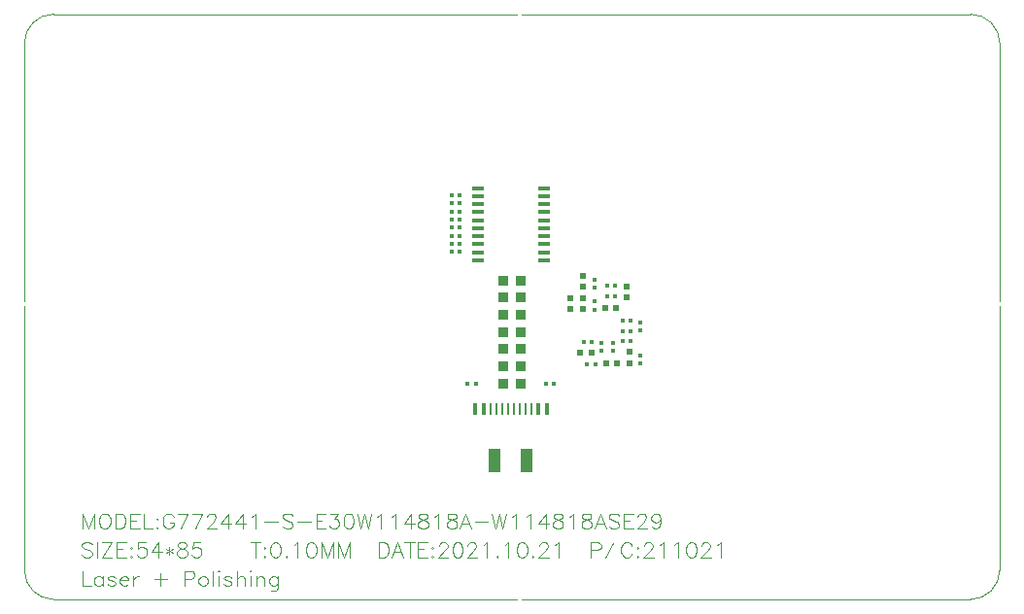
<source format=gbr>
G04 CAM350 V9.0.1 (Build 158) Date:  Thu Oct 21 10:58:12 2021 *
G04 Database: E:\JDB\2021\10\21\¸ÖÆ¬\ÏòÁ¿\G772441-S-E30W114818A-W114818ASE29\G772441-S-E30W114818A-W114818ASE29.cam *
G04 Layer 14: Layer_14 *
%FSLAX46Y46*%
%MOMM*%
%SFA1.000B1.000*%

%MIA0B0*%
%IPPOS*%
%ADD29R,0.99060X2.00660*%
%ADD34R,0.87500X0.95000*%
%ADD36R,0.31800X0.36000*%
%ADD37R,0.36000X0.31800*%
%ADD38R,0.56000X0.62000*%
%ADD39R,0.62000X0.56000*%
%ADD40O,0.23000X1.04140*%
%ADD42R,0.40000X1.09220*%
%ADD46R,1.00000X0.40000*%
%ADD48C,0.00000*%
%LNLayer_14*%
%LPD*%
G54D29*
X140500000Y-116996000D03*
X137700000D03*
G54D34*
X139983300Y-110300000D03*
X138408300D03*
X139983300Y-108800000D03*
X138408300D03*
X139983300Y-107300000D03*
X138408300D03*
X139983300Y-105800000D03*
X138408300D03*
X139983300Y-102800000D03*
Y-104300000D03*
X138408300Y-102800000D03*
Y-104300000D03*
X139983300Y-101300000D03*
X138408300D03*
G54D36*
X142865000Y-110300000D03*
X142175000D03*
X136025000D03*
X135335000D03*
G54D37*
X150400000Y-108545000D03*
G54D36*
X146445000Y-108600000D03*
X145755000D03*
G54D37*
X150400000Y-107855000D03*
X148000000Y-107445000D03*
X147000000D03*
X148000000Y-106755000D03*
X147000000D03*
G54D36*
X146145000Y-106700000D03*
X145455000D03*
X149545000Y-106600000D03*
X148855000D03*
G54D37*
X150400000Y-105645000D03*
G54D36*
X149545000Y-105700000D03*
X148855000D03*
G54D37*
X150400000Y-104955000D03*
G54D36*
X149545000Y-104800000D03*
X148855000D03*
G54D37*
X146400000Y-103845000D03*
Y-103155000D03*
G54D36*
X148145000Y-102700000D03*
X147455000D03*
X148145000Y-101800000D03*
X147455000D03*
G54D37*
X146400000Y-101945000D03*
Y-101255000D03*
G54D36*
X134645000Y-98800000D03*
X133955000D03*
X134645000Y-98100000D03*
X133955000D03*
X134645000Y-97400000D03*
X133955000D03*
X134645000Y-96700000D03*
X133955000D03*
X134645000Y-96000000D03*
X133955000D03*
X134645000Y-95300000D03*
X133955000D03*
X134645000Y-94600000D03*
X133955000D03*
X134645000Y-93900000D03*
X133955000D03*
G54D39*
X149400000Y-108500000D03*
G54D38*
X148380000D03*
X147420000D03*
G54D39*
X149400000Y-107540000D03*
G54D38*
X145140000Y-107600000D03*
X146100000D03*
X148280000Y-103700000D03*
X147320000D03*
G54D39*
X145400000Y-103780000D03*
X144300000Y-103800000D03*
X149200000Y-101820000D03*
Y-102780000D03*
X145400000Y-102820000D03*
Y-101880000D03*
X144300000Y-102840000D03*
X145400000Y-100920000D03*
G54D40*
X140850000Y-112500000D03*
X138350000D03*
X138850000D03*
X139350000D03*
X139850002D03*
X140350000D03*
X137350002D03*
X137850000D03*
G54D42*
X141450000D03*
X142200000D03*
X136750000D03*
X136000000D03*
G54D46*
X142024202Y-99550000D03*
X136224202D03*
X142024202Y-97450000D03*
Y-98150000D03*
Y-98850000D03*
X136224202D03*
Y-98150000D03*
Y-97450000D03*
X142024202Y-95350000D03*
Y-96050000D03*
Y-96750000D03*
X136224202D03*
Y-96050000D03*
Y-95350000D03*
X142024202Y-93950000D03*
Y-94650000D03*
Y-93250000D03*
X136224202Y-94650000D03*
Y-93250000D03*
Y-93950000D03*
G54D48*
X96700000Y-126560000D02*
G75*
G03X99240000Y-129100000I2540000D01*
X179160000D02*
G03X181700000Y-126560000J2540000D01*
Y-80640000D02*
G03X179160000Y-78100000I-2540000D01*
X99240000D02*
G03X96700000Y-80640000J-2540000D01*
Y-80640000D02*
G01Y-103139800D01*
Y-103539800D02*
G01Y-126560000D01*
X181700000D02*
G01Y-103539800D01*
Y-103139800D02*
G01Y-80640000D01*
X179160000Y-78100000D02*
G01X140021000D01*
X139621000D02*
G01X99240000D01*
Y-129100000D02*
G01X139621000D01*
X140021000D02*
G01X179160000D01*
G01X101762900Y-121618300D02*
Y-122930800D01*
Y-121618300D02*
X102262900Y-122930800D01*
X102762900Y-121618300D02*
X102262900Y-122930800D01*
X102762900Y-121618300D02*
Y-122930800D01*
X103575400Y-121618300D02*
X103450400Y-121680800D01*
X103325400Y-121805800D01*
X103262900Y-121930800D01*
X103200400Y-122118300D01*
Y-122430800D01*
X103262900Y-122618300D01*
X103325400Y-122743300D01*
X103450400Y-122868300D01*
X103575400Y-122930800D01*
X103825400D01*
X103950400Y-122868300D01*
X104075400Y-122743300D01*
X104137900Y-122618300D01*
X104200400Y-122430800D01*
Y-122118300D01*
X104137900Y-121930800D01*
X104075400Y-121805800D01*
X103950400Y-121680800D01*
X103825400Y-121618300D01*
X103575400D01*
X104637900D02*
Y-122930800D01*
Y-121618300D02*
X105075400D01*
X105262900Y-121680800D01*
X105387900Y-121805800D01*
X105450400Y-121930800D01*
X105512900Y-122118300D01*
Y-122430800D01*
X105450400Y-122618300D01*
X105387900Y-122743300D01*
X105262900Y-122868300D01*
X105075400Y-122930800D01*
X104637900D01*
X105950400Y-121618300D02*
Y-122930800D01*
Y-121618300D02*
X106762900D01*
X105950400Y-122243300D02*
X106450400D01*
X105950400Y-122930800D02*
X106762900D01*
X107137900Y-121618300D02*
Y-122930800D01*
Y-122930800D02*
X107887900D01*
X108262900Y-122055800D02*
X108200400Y-122118300D01*
X108262900Y-122180800D01*
X108325400Y-122118300D01*
X108262900Y-122055800D01*
Y-122805800D02*
X108200400Y-122868300D01*
X108262900Y-122930800D01*
X108325400Y-122868300D01*
X108262900Y-122805800D01*
X109700400Y-121930800D02*
X109637900Y-121805800D01*
X109512900Y-121680800D01*
X109387900Y-121618300D01*
X109137900D01*
X109012900Y-121680800D01*
X108887900Y-121805800D01*
X108825400Y-121930800D01*
X108762900Y-122118300D01*
Y-122430800D01*
X108825400Y-122618300D01*
X108887900Y-122743300D01*
X109012900Y-122868300D01*
X109137900Y-122930800D01*
X109387900D01*
X109512900Y-122868300D01*
X109637900Y-122743300D01*
X109700400Y-122618300D01*
Y-122430800D01*
X109387900D02*
X109700400D01*
X110950400Y-121618300D02*
X110325400Y-122930800D01*
X110075400Y-121618300D02*
X110950400D01*
X112200400D02*
X111575400Y-122930800D01*
X111325400Y-121618300D02*
X112200400D01*
X112637900Y-121930800D02*
Y-121868300D01*
X112700400Y-121743300D01*
X112762900Y-121680800D01*
X112887900Y-121618300D01*
X113137900D01*
X113262900Y-121680800D01*
X113325400Y-121743300D01*
X113387900Y-121868300D01*
Y-121993300D01*
X113325400Y-122118300D01*
X113200400Y-122305800D01*
X112575400Y-122930800D01*
X113450400D01*
X114450400Y-121618300D02*
X113825400Y-122493300D01*
X114762900D01*
X114450400Y-121618300D02*
Y-122930800D01*
X115700400Y-121618300D02*
X115075400Y-122493300D01*
X116012900D01*
X115700400Y-121618300D02*
Y-122930800D01*
X116512900Y-121868300D02*
X116637900Y-121805800D01*
X116825400Y-121618300D01*
Y-122930800D01*
X117637900Y-122368300D02*
X118762900D01*
X120075400Y-121805800D02*
X119950400Y-121680800D01*
X119762900Y-121618300D01*
X119512900D01*
X119325400Y-121680800D01*
X119200400Y-121805800D01*
Y-121930800D01*
X119262900Y-122055800D01*
X119325400Y-122118300D01*
X119450400Y-122180800D01*
X119825400Y-122305800D01*
X119950400Y-122368300D01*
X120012900Y-122430800D01*
X120075400Y-122555800D01*
Y-122743300D01*
X119950400Y-122868300D01*
X119762900Y-122930800D01*
X119512900D01*
X119325400Y-122868300D01*
X119200400Y-122743300D01*
X120512900Y-122368300D02*
X121637900D01*
X122137900Y-121618300D02*
Y-122930800D01*
Y-121618300D02*
X122950400D01*
X122137900Y-122243300D02*
X122637900D01*
X122137900Y-122930800D02*
X122950400D01*
X123387900Y-121618300D02*
X124075400D01*
X123700400Y-122118300D01*
X123887900D01*
X124012900Y-122180800D01*
X124075400Y-122243300D01*
X124137900Y-122430800D01*
Y-122555800D01*
X124075400Y-122743300D01*
X123950400Y-122868300D01*
X123762900Y-122930800D01*
X123575400D01*
X123387900Y-122868300D01*
X123325400Y-122805800D01*
X123262900Y-122680800D01*
X124887900Y-121618300D02*
X124700400Y-121680800D01*
X124575400Y-121868300D01*
X124512900Y-122180800D01*
Y-122368300D01*
X124575400Y-122680800D01*
X124700400Y-122868300D01*
X124887900Y-122930800D01*
X125012900D01*
X125200400Y-122868300D01*
X125325400Y-122680800D01*
X125387900Y-122368300D01*
Y-122180800D01*
X125325400Y-121868300D01*
X125200400Y-121680800D01*
X125012900Y-121618300D01*
X124887900D01*
X125700400D02*
X126012900Y-122930800D01*
X126325400Y-121618300D02*
X126012900Y-122930800D01*
X126325400Y-121618300D02*
X126637900Y-122930800D01*
X126950400Y-121618300D02*
X126637900Y-122930800D01*
X127450400Y-121868300D02*
X127575400Y-121805800D01*
X127762900Y-121618300D01*
Y-122930800D01*
X128700400Y-121868300D02*
X128825400Y-121805800D01*
X129012900Y-121618300D01*
Y-122930800D01*
X130387900Y-121618300D02*
X129762900Y-122493300D01*
X130700400D01*
X130387900Y-121618300D02*
Y-122930800D01*
X131325400Y-121618300D02*
X131137900Y-121680800D01*
X131075400Y-121805800D01*
Y-121930800D01*
X131137900Y-122055800D01*
X131262900Y-122118300D01*
X131512900Y-122180800D01*
X131700400Y-122243300D01*
X131825400Y-122368300D01*
X131887900Y-122493300D01*
Y-122680800D01*
X131825400Y-122805800D01*
X131762900Y-122868300D01*
X131575400Y-122930800D01*
X131325400D01*
X131137900Y-122868300D01*
X131075400Y-122805800D01*
X131012900Y-122680800D01*
Y-122493300D01*
X131075400Y-122368300D01*
X131200400Y-122243300D01*
X131387900Y-122180800D01*
X131637900Y-122118300D01*
X131762900Y-122055800D01*
X131825400Y-121930800D01*
Y-121805800D01*
X131762900Y-121680800D01*
X131575400Y-121618300D01*
X131325400D01*
X132450400Y-121868300D02*
X132575400Y-121805800D01*
X132762900Y-121618300D01*
Y-122930800D01*
X133825400Y-121618300D02*
X133637900Y-121680800D01*
X133575400Y-121805800D01*
Y-121930800D01*
X133637900Y-122055800D01*
X133762900Y-122118300D01*
X134012900Y-122180800D01*
X134200400Y-122243300D01*
X134325400Y-122368300D01*
X134387900Y-122493300D01*
Y-122680800D01*
X134325400Y-122805800D01*
X134262900Y-122868300D01*
X134075400Y-122930800D01*
X133825400D01*
X133637900Y-122868300D01*
X133575400Y-122805800D01*
X133512900Y-122680800D01*
Y-122493300D01*
X133575400Y-122368300D01*
X133700400Y-122243300D01*
X133887900Y-122180800D01*
X134137900Y-122118300D01*
X134262900Y-122055800D01*
X134325400Y-121930800D01*
Y-121805800D01*
X134262900Y-121680800D01*
X134075400Y-121618300D01*
X133825400D01*
X135137900D02*
X134637900Y-122930800D01*
X135137900Y-121618300D02*
X135637900Y-122930800D01*
X134825400Y-122493300D02*
X135450400D01*
X135950400Y-122368300D02*
X137075400D01*
X137450400Y-121618300D02*
X137762900Y-122930800D01*
X138075400Y-121618300D02*
X137762900Y-122930800D01*
X138075400Y-121618300D02*
X138387900Y-122930800D01*
X138700400Y-121618300D02*
X138387900Y-122930800D01*
X139200400Y-121868300D02*
X139325400Y-121805800D01*
X139512900Y-121618300D01*
Y-122930800D01*
X140450400Y-121868300D02*
X140575400Y-121805800D01*
X140762900Y-121618300D01*
Y-122930800D01*
X142137900Y-121618300D02*
X141512900Y-122493300D01*
X142450400D01*
X142137900Y-121618300D02*
Y-122930800D01*
X143075400Y-121618300D02*
X142887900Y-121680800D01*
X142825400Y-121805800D01*
Y-121930800D01*
X142887900Y-122055800D01*
X143012900Y-122118300D01*
X143262900Y-122180800D01*
X143450400Y-122243300D01*
X143575400Y-122368300D01*
X143637900Y-122493300D01*
Y-122680800D01*
X143575400Y-122805800D01*
X143512900Y-122868300D01*
X143325400Y-122930800D01*
X143075400D01*
X142887900Y-122868300D01*
X142825400Y-122805800D01*
X142762900Y-122680800D01*
Y-122493300D01*
X142825400Y-122368300D01*
X142950400Y-122243300D01*
X143137900Y-122180800D01*
X143387900Y-122118300D01*
X143512900Y-122055800D01*
X143575400Y-121930800D01*
Y-121805800D01*
X143512900Y-121680800D01*
X143325400Y-121618300D01*
X143075400D01*
X144200400Y-121868300D02*
X144325400Y-121805800D01*
X144512900Y-121618300D01*
Y-122930800D01*
X145575400Y-121618300D02*
X145387900Y-121680800D01*
X145325400Y-121805800D01*
Y-121930800D01*
X145387900Y-122055800D01*
X145512900Y-122118300D01*
X145762900Y-122180800D01*
X145950400Y-122243300D01*
X146075400Y-122368300D01*
X146137900Y-122493300D01*
Y-122680800D01*
X146075400Y-122805800D01*
X146012900Y-122868300D01*
X145825400Y-122930800D01*
X145575400D01*
X145387900Y-122868300D01*
X145325400Y-122805800D01*
X145262900Y-122680800D01*
Y-122493300D01*
X145325400Y-122368300D01*
X145450400Y-122243300D01*
X145637900Y-122180800D01*
X145887900Y-122118300D01*
X146012900Y-122055800D01*
X146075400Y-121930800D01*
Y-121805800D01*
X146012900Y-121680800D01*
X145825400Y-121618300D01*
X145575400D01*
X146887900D02*
X146387900Y-122930800D01*
X146887900Y-121618300D02*
X147387900Y-122930800D01*
X146575400Y-122493300D02*
X147200400D01*
X148512900Y-121805800D02*
X148387900Y-121680800D01*
X148200400Y-121618300D01*
X147950400D01*
X147762900Y-121680800D01*
X147637900Y-121805800D01*
Y-121930800D01*
X147700400Y-122055800D01*
X147762900Y-122118300D01*
X147887900Y-122180800D01*
X148262900Y-122305800D01*
X148387900Y-122368300D01*
X148450400Y-122430800D01*
X148512900Y-122555800D01*
Y-122743300D01*
X148387900Y-122868300D01*
X148200400Y-122930800D01*
X147950400D01*
X147762900Y-122868300D01*
X147637900Y-122743300D01*
X148950400Y-121618300D02*
Y-122930800D01*
Y-121618300D02*
X149762900D01*
X148950400Y-122243300D02*
X149450400D01*
X148950400Y-122930800D02*
X149762900D01*
X150137900Y-121930800D02*
Y-121868300D01*
X150200400Y-121743300D01*
X150262900Y-121680800D01*
X150387900Y-121618300D01*
X150637900D01*
X150762900Y-121680800D01*
X150825400Y-121743300D01*
X150887900Y-121868300D01*
Y-121993300D01*
X150825400Y-122118300D01*
X150700400Y-122305800D01*
X150075400Y-122930800D01*
X150950400D01*
X152137900Y-122055800D02*
X152075400Y-122243300D01*
X151950400Y-122368300D01*
X151762900Y-122430800D01*
X151700400D01*
X151512900Y-122368300D01*
X151387900Y-122243300D01*
X151325400Y-122055800D01*
Y-121993300D01*
X151387900Y-121805800D01*
X151512900Y-121680800D01*
X151700400Y-121618300D01*
X151762900D01*
X151950400Y-121680800D01*
X152075400Y-121805800D01*
X152137900Y-122055800D01*
Y-122368300D01*
X152075400Y-122680800D01*
X151950400Y-122868300D01*
X151762900Y-122930800D01*
X151637900D01*
X151450400Y-122868300D01*
X151387900Y-122743300D01*
X102575400Y-124305800D02*
X102450400Y-124180800D01*
X102262900Y-124118300D01*
X102012900D01*
X101825400Y-124180800D01*
X101700400Y-124305800D01*
Y-124430800D01*
X101762900Y-124555800D01*
X101825400Y-124618300D01*
X101950400Y-124680800D01*
X102325400Y-124805800D01*
X102450400Y-124868300D01*
X102512900Y-124930800D01*
X102575400Y-125055800D01*
Y-125243300D01*
X102450400Y-125368300D01*
X102262900Y-125430800D01*
X102012900D01*
X101825400Y-125368300D01*
X101700400Y-125243300D01*
X103012900Y-124118300D02*
Y-125430800D01*
X104325400Y-124118300D02*
X103450400Y-125430800D01*
Y-124118300D02*
X104325400D01*
X103450400Y-125430800D02*
X104325400D01*
X104762900Y-124118300D02*
Y-125430800D01*
Y-124118300D02*
X105575400D01*
X104762900Y-124743300D02*
X105262900D01*
X104762900Y-125430800D02*
X105575400D01*
X106012900Y-124555800D02*
X105950400Y-124618300D01*
X106012900Y-124680800D01*
X106075400Y-124618300D01*
X106012900Y-124555800D01*
Y-125305800D02*
X105950400Y-125368300D01*
X106012900Y-125430800D01*
X106075400Y-125368300D01*
X106012900Y-125305800D01*
X107262900Y-124118300D02*
X106637900D01*
X106575400Y-124680800D01*
X106637900Y-124618300D01*
X106825400Y-124555800D01*
X107012900D01*
X107200400Y-124618300D01*
X107325400Y-124743300D01*
X107387900Y-124930800D01*
Y-125055800D01*
X107325400Y-125243300D01*
X107200400Y-125368300D01*
X107012900Y-125430800D01*
X106825400D01*
X106637900Y-125368300D01*
X106575400Y-125305800D01*
X106512900Y-125180800D01*
X108387900Y-124118300D02*
X107762900Y-124993300D01*
X108700400D01*
X108387900Y-124118300D02*
Y-125430800D01*
X109325400Y-124493300D02*
Y-125243300D01*
X109012900Y-124680800D02*
X109637900Y-125055800D01*
Y-124680800D02*
X109012900Y-125055800D01*
X110325400Y-124118300D02*
X110137900Y-124180800D01*
X110075400Y-124305800D01*
Y-124430800D01*
X110137900Y-124555800D01*
X110262900Y-124618300D01*
X110512900Y-124680800D01*
X110700400Y-124743300D01*
X110825400Y-124868300D01*
X110887900Y-124993300D01*
Y-125180800D01*
X110825400Y-125305800D01*
X110762900Y-125368300D01*
X110575400Y-125430800D01*
X110325400D01*
X110137900Y-125368300D01*
X110075400Y-125305800D01*
X110012900Y-125180800D01*
Y-124993300D01*
X110075400Y-124868300D01*
X110200400Y-124743300D01*
X110387900Y-124680800D01*
X110637900Y-124618300D01*
X110762900Y-124555800D01*
X110825400Y-124430800D01*
Y-124305800D01*
X110762900Y-124180800D01*
X110575400Y-124118300D01*
X110325400D01*
X112012900D02*
X111387900D01*
X111325400Y-124680800D01*
X111387900Y-124618300D01*
X111575400Y-124555800D01*
X111762900D01*
X111950400Y-124618300D01*
X112075400Y-124743300D01*
X112137900Y-124930800D01*
Y-125055800D01*
X112075400Y-125243300D01*
X111950400Y-125368300D01*
X111762900Y-125430800D01*
X111575400D01*
X111387900Y-125368300D01*
X111325400Y-125305800D01*
X111262900Y-125180800D01*
X116825400Y-124118300D02*
Y-125430800D01*
X116387900Y-124118300D02*
X117262900D01*
X117637900Y-124555800D02*
X117575400Y-124618300D01*
X117637900Y-124680800D01*
X117700400Y-124618300D01*
X117637900Y-124555800D01*
Y-125305800D02*
X117575400Y-125368300D01*
X117637900Y-125430800D01*
X117700400Y-125368300D01*
X117637900Y-125305800D01*
X118512900Y-124118300D02*
X118325400Y-124180800D01*
X118200400Y-124368300D01*
X118137900Y-124680800D01*
Y-124868300D01*
X118200400Y-125180800D01*
X118325400Y-125368300D01*
X118512900Y-125430800D01*
X118637900D01*
X118825400Y-125368300D01*
X118950400Y-125180800D01*
X119012900Y-124868300D01*
Y-124680800D01*
X118950400Y-124368300D01*
X118825400Y-124180800D01*
X118637900Y-124118300D01*
X118512900D01*
X119512900Y-125305800D02*
X119450400Y-125368300D01*
X119512900Y-125430800D01*
X119575400Y-125368300D01*
X119512900Y-125305800D01*
X120200400Y-124368300D02*
X120325400Y-124305800D01*
X120512900Y-124118300D01*
Y-125430800D01*
X121637900Y-124118300D02*
X121450400Y-124180800D01*
X121325400Y-124368300D01*
X121262900Y-124680800D01*
Y-124868300D01*
X121325400Y-125180800D01*
X121450400Y-125368300D01*
X121637900Y-125430800D01*
X121762900D01*
X121950400Y-125368300D01*
X122075400Y-125180800D01*
X122137900Y-124868300D01*
Y-124680800D01*
X122075400Y-124368300D01*
X121950400Y-124180800D01*
X121762900Y-124118300D01*
X121637900D01*
X122575400D02*
Y-125430800D01*
Y-124118300D02*
X123075400Y-125430800D01*
X123575400Y-124118300D02*
X123075400Y-125430800D01*
X123575400Y-124118300D02*
Y-125430800D01*
X124075400Y-124118300D02*
Y-125430800D01*
Y-124118300D02*
X124575400Y-125430800D01*
X125075400Y-124118300D02*
X124575400Y-125430800D01*
X125075400Y-124118300D02*
Y-125430800D01*
X127575400Y-124118300D02*
Y-125430800D01*
Y-124118300D02*
X128012900D01*
X128200400Y-124180800D01*
X128325400Y-124305800D01*
X128387900Y-124430800D01*
X128450400Y-124618300D01*
Y-124930800D01*
X128387900Y-125118300D01*
X128325400Y-125243300D01*
X128200400Y-125368300D01*
X128012900Y-125430800D01*
X127575400D01*
X129200400Y-124118300D02*
X128700400Y-125430800D01*
X129200400Y-124118300D02*
X129700400Y-125430800D01*
X128887900Y-124993300D02*
X129512900D01*
X130262900Y-124118300D02*
Y-125430800D01*
X129825400Y-124118300D02*
X130700400D01*
X131012900D02*
Y-125430800D01*
Y-124118300D02*
X131825400D01*
X131012900Y-124743300D02*
X131512900D01*
X131012900Y-125430800D02*
X131825400D01*
X132262900Y-124555800D02*
X132200400Y-124618300D01*
X132262900Y-124680800D01*
X132325400Y-124618300D01*
X132262900Y-124555800D01*
Y-125305800D02*
X132200400Y-125368300D01*
X132262900Y-125430800D01*
X132325400Y-125368300D01*
X132262900Y-125305800D01*
X132825400Y-124430800D02*
Y-124368300D01*
X132887900Y-124243300D01*
X132950400Y-124180800D01*
X133075400Y-124118300D01*
X133325400D01*
X133450400Y-124180800D01*
X133512900Y-124243300D01*
X133575400Y-124368300D01*
Y-124493300D01*
X133512900Y-124618300D01*
X133387900Y-124805800D01*
X132762900Y-125430800D01*
X133637900D01*
X134387900Y-124118300D02*
X134200400Y-124180800D01*
X134075400Y-124368300D01*
X134012900Y-124680800D01*
Y-124868300D01*
X134075400Y-125180800D01*
X134200400Y-125368300D01*
X134387900Y-125430800D01*
X134512900D01*
X134700400Y-125368300D01*
X134825400Y-125180800D01*
X134887900Y-124868300D01*
Y-124680800D01*
X134825400Y-124368300D01*
X134700400Y-124180800D01*
X134512900Y-124118300D01*
X134387900D01*
X135325400Y-124430800D02*
Y-124368300D01*
X135387900Y-124243300D01*
X135450400Y-124180800D01*
X135575400Y-124118300D01*
X135825400D01*
X135950400Y-124180800D01*
X136012900Y-124243300D01*
X136075400Y-124368300D01*
Y-124493300D01*
X136012900Y-124618300D01*
X135887900Y-124805800D01*
X135262900Y-125430800D01*
X136137900D01*
X136700400Y-124368300D02*
X136825400Y-124305800D01*
X137012900Y-124118300D01*
Y-125430800D01*
X137887900Y-125305800D02*
X137825400Y-125368300D01*
X137887900Y-125430800D01*
X137950400Y-125368300D01*
X137887900Y-125305800D01*
X138575400Y-124368300D02*
X138700400Y-124305800D01*
X138887900Y-124118300D01*
Y-125430800D01*
X140012900Y-124118300D02*
X139825400Y-124180800D01*
X139700400Y-124368300D01*
X139637900Y-124680800D01*
Y-124868300D01*
X139700400Y-125180800D01*
X139825400Y-125368300D01*
X140012900Y-125430800D01*
X140137900D01*
X140325400Y-125368300D01*
X140450400Y-125180800D01*
X140512900Y-124868300D01*
Y-124680800D01*
X140450400Y-124368300D01*
X140325400Y-124180800D01*
X140137900Y-124118300D01*
X140012900D01*
X141012900Y-125305800D02*
X140950400Y-125368300D01*
X141012900Y-125430800D01*
X141075400Y-125368300D01*
X141012900Y-125305800D01*
X141575400Y-124430800D02*
Y-124368300D01*
X141637900Y-124243300D01*
X141700400Y-124180800D01*
X141825400Y-124118300D01*
X142075400D01*
X142200400Y-124180800D01*
X142262900Y-124243300D01*
X142325400Y-124368300D01*
Y-124493300D01*
X142262900Y-124618300D01*
X142137900Y-124805800D01*
X141512900Y-125430800D01*
X142387900D01*
X142950400Y-124368300D02*
X143075400Y-124305800D01*
X143262900Y-124118300D01*
Y-125430800D01*
X146075400Y-124118300D02*
Y-125430800D01*
Y-124118300D02*
X146637900D01*
X146825400Y-124180800D01*
X146887900Y-124243300D01*
X146950400Y-124368300D01*
Y-124555800D01*
X146887900Y-124680800D01*
X146825400Y-124743300D01*
X146637900Y-124805800D01*
X146075400D01*
X148012900Y-124180800D02*
X147325400Y-125493300D01*
X149637900Y-124430800D02*
X149575400Y-124305800D01*
X149450400Y-124180800D01*
X149325400Y-124118300D01*
X149075400D01*
X148950400Y-124180800D01*
X148825400Y-124305800D01*
X148762900Y-124430800D01*
X148700400Y-124618300D01*
Y-124930800D01*
X148762900Y-125118300D01*
X148825400Y-125243300D01*
X148950400Y-125368300D01*
X149075400Y-125430800D01*
X149325400D01*
X149450400Y-125368300D01*
X149575400Y-125243300D01*
X149637900Y-125118300D01*
X150137900Y-124555800D02*
X150075400Y-124618300D01*
X150137900Y-124680800D01*
X150200400Y-124618300D01*
X150137900Y-124555800D01*
Y-125305800D02*
X150075400Y-125368300D01*
X150137900Y-125430800D01*
X150200400Y-125368300D01*
X150137900Y-125305800D01*
X150700400Y-124430800D02*
Y-124368300D01*
X150762900Y-124243300D01*
X150825400Y-124180800D01*
X150950400Y-124118300D01*
X151200400D01*
X151325400Y-124180800D01*
X151387900Y-124243300D01*
X151450400Y-124368300D01*
Y-124493300D01*
X151387900Y-124618300D01*
X151262900Y-124805800D01*
X150637900Y-125430800D01*
X151512900D01*
X152075400Y-124368300D02*
X152200400Y-124305800D01*
X152387900Y-124118300D01*
Y-125430800D01*
X153325400Y-124368300D02*
X153450400Y-124305800D01*
X153637900Y-124118300D01*
Y-125430800D01*
X154762900Y-124118300D02*
X154575400Y-124180800D01*
X154450400Y-124368300D01*
X154387900Y-124680800D01*
Y-124868300D01*
X154450400Y-125180800D01*
X154575400Y-125368300D01*
X154762900Y-125430800D01*
X154887900D01*
X155075400Y-125368300D01*
X155200400Y-125180800D01*
X155262900Y-124868300D01*
Y-124680800D01*
X155200400Y-124368300D01*
X155075400Y-124180800D01*
X154887900Y-124118300D01*
X154762900D01*
X155700400Y-124430800D02*
Y-124368300D01*
X155762900Y-124243300D01*
X155825400Y-124180800D01*
X155950400Y-124118300D01*
X156200400D01*
X156325400Y-124180800D01*
X156387900Y-124243300D01*
X156450400Y-124368300D01*
Y-124493300D01*
X156387900Y-124618300D01*
X156262900Y-124805800D01*
X155637900Y-125430800D01*
X156512900D01*
X157075400Y-124368300D02*
X157200400Y-124305800D01*
X157387900Y-124118300D01*
Y-125430800D01*
X101762900Y-126618300D02*
Y-127930800D01*
Y-127930800D02*
X102512900D01*
X103512900Y-127055800D02*
Y-127930800D01*
Y-127243300D02*
X103387900Y-127118300D01*
X103262900Y-127055800D01*
X103075400D01*
X102950400Y-127118300D01*
X102825400Y-127243300D01*
X102762900Y-127430800D01*
Y-127555800D01*
X102825400Y-127743300D01*
X102950400Y-127868300D01*
X103075400Y-127930800D01*
X103262900D01*
X103387900Y-127868300D01*
X103512900Y-127743300D01*
X104637900Y-127243300D02*
X104575400Y-127118300D01*
X104387900Y-127055800D01*
X104200400D01*
X104012900Y-127118300D01*
X103950400Y-127243300D01*
X104012900Y-127368300D01*
X104137900Y-127430800D01*
X104450400Y-127493300D01*
X104575400Y-127555800D01*
X104637900Y-127680800D01*
Y-127743300D01*
X104575400Y-127868300D01*
X104387900Y-127930800D01*
X104200400D01*
X104012900Y-127868300D01*
X103950400Y-127743300D01*
X105012900Y-127430800D02*
X105762900D01*
Y-127305800D01*
X105700400Y-127180800D01*
X105637900Y-127118300D01*
X105512900Y-127055800D01*
X105325400D01*
X105200400Y-127118300D01*
X105075400Y-127243300D01*
X105012900Y-127430800D01*
Y-127555800D01*
X105075400Y-127743300D01*
X105200400Y-127868300D01*
X105325400Y-127930800D01*
X105512900D01*
X105637900Y-127868300D01*
X105762900Y-127743300D01*
X106200400Y-127055800D02*
Y-127930800D01*
Y-127430800D02*
X106262900Y-127243300D01*
X106387900Y-127118300D01*
X106512900Y-127055800D01*
X106700400D01*
X108575400Y-126805800D02*
Y-127930800D01*
X108012900Y-127368300D02*
X109137900D01*
X110637900Y-126618300D02*
Y-127930800D01*
Y-126618300D02*
X111200400D01*
X111387900Y-126680800D01*
X111450400Y-126743300D01*
X111512900Y-126868300D01*
Y-127055800D01*
X111450400Y-127180800D01*
X111387900Y-127243300D01*
X111200400Y-127305800D01*
X110637900D01*
X112200400Y-127055800D02*
X112075400Y-127118300D01*
X111950400Y-127243300D01*
X111887900Y-127430800D01*
Y-127555800D01*
X111950400Y-127743300D01*
X112075400Y-127868300D01*
X112200400Y-127930800D01*
X112387900D01*
X112512900Y-127868300D01*
X112637900Y-127743300D01*
X112700400Y-127555800D01*
Y-127430800D01*
X112637900Y-127243300D01*
X112512900Y-127118300D01*
X112387900Y-127055800D01*
X112200400D01*
X113137900Y-126618300D02*
Y-127930800D01*
X113575400Y-126618300D02*
X113637900Y-126680800D01*
X113700400Y-126618300D01*
X113637900Y-126555800D01*
X113575400Y-126618300D01*
X113637900Y-127055800D02*
Y-127930800D01*
X114762900Y-127243300D02*
X114700400Y-127118300D01*
X114512900Y-127055800D01*
X114325400D01*
X114137900Y-127118300D01*
X114075400Y-127243300D01*
X114137900Y-127368300D01*
X114262900Y-127430800D01*
X114575400Y-127493300D01*
X114700400Y-127555800D01*
X114762900Y-127680800D01*
Y-127743300D01*
X114700400Y-127868300D01*
X114512900Y-127930800D01*
X114325400D01*
X114137900Y-127868300D01*
X114075400Y-127743300D01*
X115200400Y-126618300D02*
Y-127930800D01*
Y-127305800D02*
X115387900Y-127118300D01*
X115512900Y-127055800D01*
X115700400D01*
X115825400Y-127118300D01*
X115887900Y-127305800D01*
Y-127930800D01*
X116325400Y-126618300D02*
X116387900Y-126680800D01*
X116450400Y-126618300D01*
X116387900Y-126555800D01*
X116325400Y-126618300D01*
X116387900Y-127055800D02*
Y-127930800D01*
X116887900Y-127055800D02*
Y-127930800D01*
Y-127305800D02*
X117075400Y-127118300D01*
X117200400Y-127055800D01*
X117387900D01*
X117512900Y-127118300D01*
X117575400Y-127305800D01*
Y-127930800D01*
X118762900Y-127055800D02*
Y-128055800D01*
X118700400Y-128243300D01*
X118637900Y-128305800D01*
X118512900Y-128368300D01*
X118325400D01*
X118200400Y-128305800D01*
X118762900Y-127243300D02*
X118637900Y-127118300D01*
X118512900Y-127055800D01*
X118325400D01*
X118200400Y-127118300D01*
X118075400Y-127243300D01*
X118012900Y-127430800D01*
Y-127555800D01*
X118075400Y-127743300D01*
X118200400Y-127868300D01*
X118325400Y-127930800D01*
X118512900D01*
X118637900Y-127868300D01*
X118762900Y-127743300D01*
M02*

</source>
